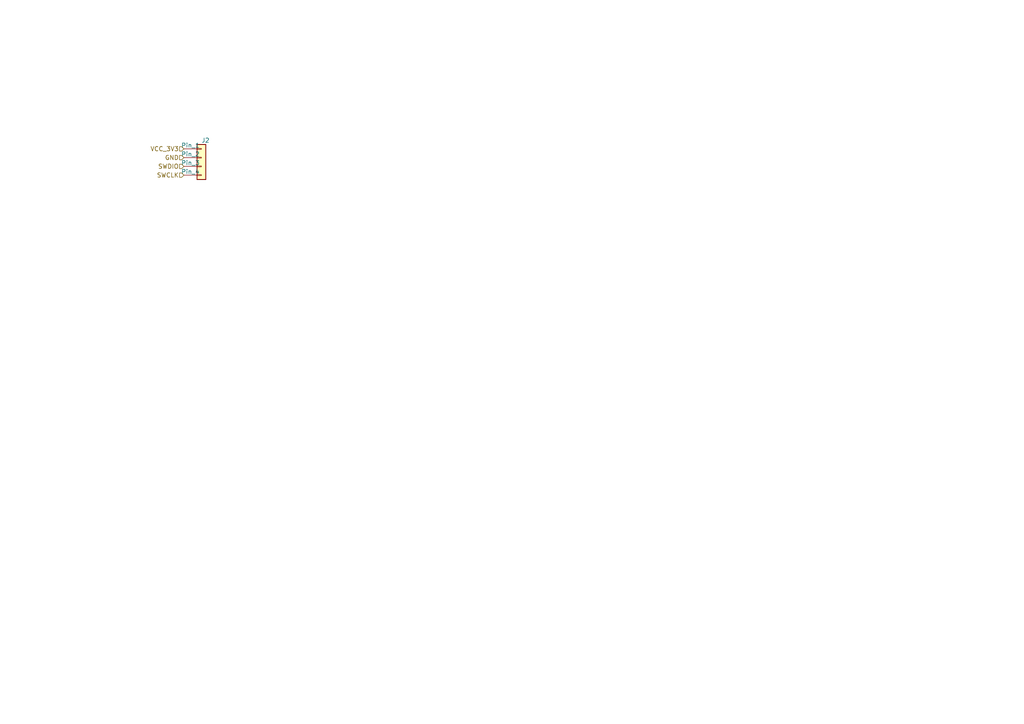
<source format=kicad_sch>
(kicad_sch (version 20250114) (generator "circuit_synth") (generator_version "9.0")
  (paper "A4")
  (lib_symbols
    (symbol "Connector_Generic:Conn_01x04" (pin_numbers hide) (pin_names (offset 0))
      (property "Reference" "J" (at 0 0 0))
      (property "Value" "Conn_01x04" (at 0 0 0))
      (symbol "Conn_01x04_0_1"
        (rectangle (start -1.27 3.81) (end 1.27 -6.35) (stroke (width 0.254)) (fill (type background)))
        (rectangle (start -1.27 2.667) (end 0 2.413) (stroke (width 0.1524)))
        (rectangle (start -1.27 0.127) (end 0 -0.127) (stroke (width 0.1524)))
        (rectangle (start -1.27 -2.413) (end 0 -2.667) (stroke (width 0.1524)))
        (rectangle (start -1.27 -4.953) (end 0 -5.207) (stroke (width 0.1524)))
      )
      (symbol "Conn_01x04_1_1"
        (pin passive line (at -5.08 2.54 0) (length 3.81) (name "Pin_1") (number "1"))
        (pin passive line (at -5.08 0 0) (length 3.81) (name "Pin_2") (number "2"))
        (pin passive line (at -5.08 -2.54 0) (length 3.81) (name "Pin_3") (number "3"))
        (pin passive line (at -5.08 -5.08 0) (length 3.81) (name "Pin_4") (number "4"))
      )
    )
  )
  (symbol (lib_id "Connector_Generic:Conn_01x04") (at 58.42 45.72 0) (unit 1)
    (property "Reference" "J2" (at 58.42 40.72 0) (effects (justify left)))
    (property "Footprint" "Connector_PinHeader_2.54mm:PinHeader_1x04_P2.54mm_Vertical" (effects (hide yes)))
  )
  (hierarchical_label "VCC_3V3" (shape input) (at 53.34 43.18 180))
  (hierarchical_label "GND" (shape input) (at 53.34 45.72 180))
  (hierarchical_label "SWDIO" (shape input) (at 53.34 48.26 180))
  (hierarchical_label "SWCLK" (shape input) (at 53.34 50.8 180))
)
</source>
